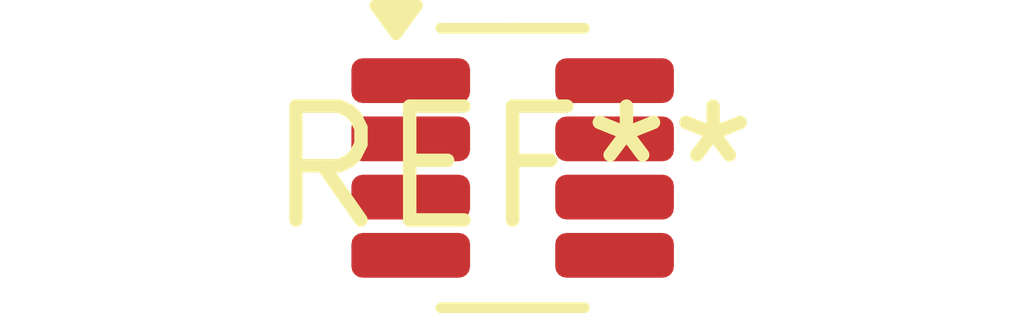
<source format=kicad_pcb>
(kicad_pcb (version 20240108) (generator pcbnew)
  (layers (0 "F.Cu" signal) (31 "B.Cu" signal) (34 "B.Paste" user) (35 "F.Paste" user) (36 "B.SilkS" user "B.Silkscreen") (37 "F.SilkS" user "F.Silkscreen") (38 "B.Mask" user) (39 "F.Mask" user) (44 "Edge.Cuts" user))
  (net 0 "")
  (footprint "TSOT-23-8" (layer "F.Cu") (at 0 0)
    (property "Reference" "REF**")
    (property "Value" "TSOT-23-8")
    (fp_line (start 0 -1.56) (end -0.8 -1.56) (layer "F.SilkS") (stroke (width 0.12)))
    (fp_line (start 0 -1.56) (end 0.8 -1.56) (layer "F.SilkS") (stroke (width 0.12)))
    (fp_line (start 0 1.56) (end -0.8 1.56) (layer "F.SilkS") (stroke (width 0.12)))
    (fp_line (start 0 1.56) (end 0.8 1.56) (layer "F.SilkS") (stroke (width 0.12)))
    (fp_poly (pts (xy -1.3 -1.485) (xy -1.54 -1.815) (xy -1.06 -1.815) (xy -1.3 -1.485)) (layer "F.SilkS") (stroke (width 0.12)) (fill solid))
    (pad "1" smd roundrect (at -1.1375 -0.975) (size 1.325 0.5) (layers "F.Cu" "F.Paste" "F.Mask"))
    (pad "2" smd roundrect (at -1.1375 -0.325) (size 1.325 0.5) (layers "F.Cu" "F.Paste" "F.Mask"))
    (pad "3" smd roundrect (at -1.1375 0.325) (size 1.325 0.5) (layers "F.Cu" "F.Paste" "F.Mask"))
    (pad "4" smd roundrect (at -1.1375 0.975) (size 1.325 0.5) (layers "F.Cu" "F.Paste" "F.Mask"))
    (pad "5" smd roundrect (at 1.1375 0.975) (size 1.325 0.5) (layers "F.Cu" "F.Paste" "F.Mask"))
    (pad "6" smd roundrect (at 1.1375 0.325) (size 1.325 0.5) (layers "F.Cu" "F.Paste" "F.Mask"))
    (pad "7" smd roundrect (at 1.1375 -0.325) (size 1.325 0.5) (layers "F.Cu" "F.Paste" "F.Mask"))
    (pad "8" smd roundrect (at 1.1375 -0.975) (size 1.325 0.5) (layers "F.Cu" "F.Paste" "F.Mask"))
  )
)
</source>
